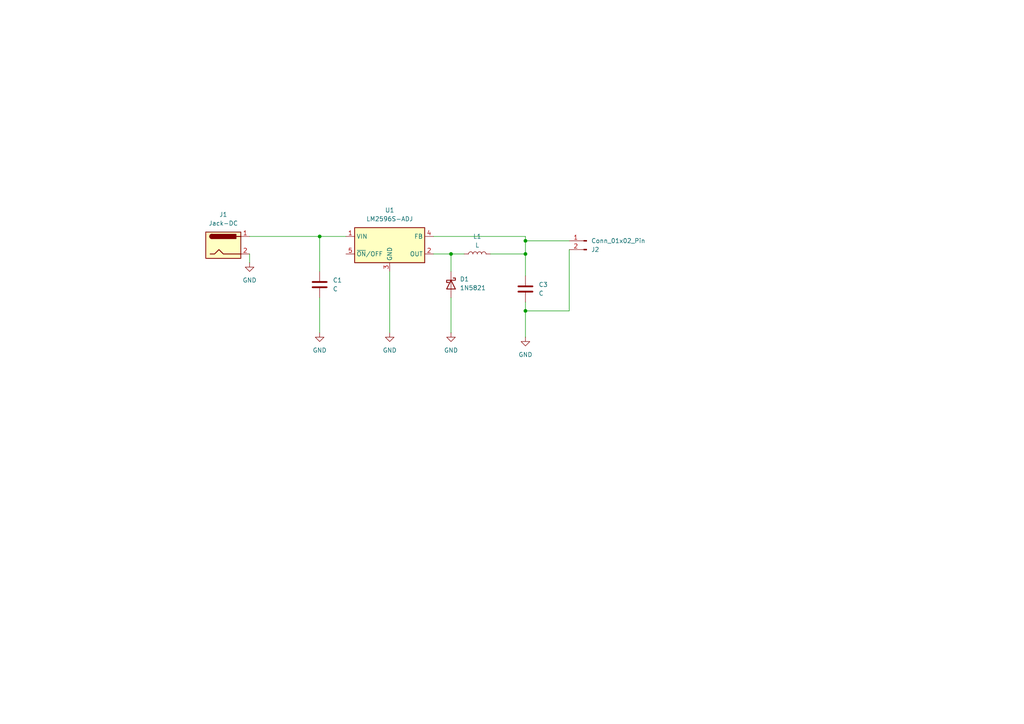
<source format=kicad_sch>
(kicad_sch (version 20250114) (generator "eeschema") (generator_version "9.0")
  (paper "A4")
  (lib_symbols
    (symbol "Connector:Conn_01x02_Pin" (pin_names (offset 1.016) (hide yes))
      (property "Reference" "J" (at 0 2.54 0))
      (property "Value" "Conn_01x02_Pin" (at 0 -5.08 0))
      (symbol "Conn_01x02_Pin_1_1"
        (rectangle (start 0.8636 0.127) (end 0 -0.127) (stroke (width 0.1524)) (fill (type outline)))
        (rectangle (start 0.8636 -2.413) (end 0 -2.667) (stroke (width 0.1524)) (fill (type outline)))
        (polyline (pts (xy 1.27 0) (xy 0.8636 0)) (stroke (width 0.1524)))
        (polyline (pts (xy 1.27 -2.54) (xy 0.8636 -2.54)) (stroke (width 0.1524)))
        (pin passive line (at 5.08 0 180) (length 3.81) (name "Pin_1") (number "1"))
        (pin passive line (at 5.08 -2.54 180) (length 3.81) (name "Pin_2") (number "2"))
      )
    )
    (symbol "Connector:Jack-DC" (pin_names (offset 1.016))
      (property "Reference" "J" (at 0 5.334 0))
      (property "Value" "Jack-DC" (at 0 -5.08 0))
      (symbol "Jack-DC_0_1"
        (rectangle (start -5.08 3.81) (end 5.08 -3.81) (stroke (width 0.254)) (fill (type background)))
        (polyline (pts (xy -3.81 -2.54) (xy -2.54 -2.54) (xy -1.27 -1.27) (xy 0 -2.54) (xy 2.54 -2.54) (xy 5.08 -2.54)) (stroke (width 0.254)))
        (arc (start -3.302 1.905) (mid -3.9343 2.54) (end -3.302 3.175) (stroke (width 0.254)))
        (arc (start -3.302 1.905) (mid -3.9343 2.54) (end -3.302 3.175) (stroke (width 0.254)) (fill (type outline)))
        (rectangle (start 3.683 3.175) (end -3.302 1.905) (stroke (width 0.254)) (fill (type outline)))
        (polyline (pts (xy 5.08 2.54) (xy 3.81 2.54)) (stroke (width 0.254)))
      )
      (symbol "Jack-DC_1_1"
        (pin passive line (at 7.62 2.54 180) (length 2.54) (name "~") (number "1"))
        (pin passive line (at 7.62 -2.54 180) (length 2.54) (name "~") (number "2"))
      )
    )
    (symbol "Device:C" (pin_numbers (hide yes)) (pin_names (offset 0.254))
      (property "Reference" "C" (at 0.635 2.54 0))
      (property "Value" "C" (at 0.635 -2.54 0))
      (symbol "C_0_1"
        (polyline (pts (xy -2.032 0.762) (xy 2.032 0.762)) (stroke (width 0.508)))
        (polyline (pts (xy -2.032 -0.762) (xy 2.032 -0.762)) (stroke (width 0.508)))
      )
      (symbol "C_1_1"
        (pin passive line (at 0 3.81 270) (length 2.794) (name "~") (number "1"))
        (pin passive line (at 0 -3.81 90) (length 2.794) (name "~") (number "2"))
      )
    )
    (symbol "Device:L" (pin_numbers (hide yes)) (pin_names (offset 1.016) (hide yes))
      (property "Reference" "L" (at -1.27 0 90))
      (property "Value" "L" (at 1.905 0 90))
      (symbol "L_0_1"
        (arc (start 0 2.54) (mid 0.6323 1.905) (end 0 1.27))
        (arc (start 0 1.27) (mid 0.6323 0.635) (end 0 0))
        (arc (start 0 0) (mid 0.6323 -0.635) (end 0 -1.27))
        (arc (start 0 -1.27) (mid 0.6323 -1.905) (end 0 -2.54))
      )
      (symbol "L_1_1"
        (pin passive line (at 0 3.81 270) (length 1.27) (name "1") (number "1"))
        (pin passive line (at 0 -3.81 90) (length 1.27) (name "2") (number "2"))
      )
    )
    (symbol "Diode:1N5821" (pin_numbers (hide yes)) (pin_names (offset 1.016) (hide yes))
      (property "Reference" "D" (at 0 2.54 0))
      (property "Value" "1N5821" (at 0 -2.54 0))
      (symbol "1N5821_0_1"
        (polyline (pts (xy -1.905 0.635) (xy -1.905 1.27) (xy -1.27 1.27) (xy -1.27 -1.27) (xy -0.635 -1.27) (xy -0.635 -0.635)) (stroke (width 0.254)))
        (polyline (pts (xy 1.27 1.27) (xy 1.27 -1.27) (xy -1.27 0) (xy 1.27 1.27)) (stroke (width 0.254)))
        (polyline (pts (xy 1.27 0) (xy -1.27 0)))
      )
      (symbol "1N5821_1_1"
        (pin passive line (at -3.81 0 0) (length 2.54) (name "K") (number "1"))
        (pin passive line (at 3.81 0 180) (length 2.54) (name "A") (number "2"))
      )
    )
    (symbol "Regulator_Switching:LM2596S-ADJ"
      (property "Reference" "U" (at -10.16 6.35 0))
      (property "Value" "LM2596S-ADJ" (at 0 6.35 0))
      (symbol "LM2596S-ADJ_0_1"
        (rectangle (start -10.16 5.08) (end 10.16 -5.08) (stroke (width 0.254)) (fill (type background)))
      )
      (symbol "LM2596S-ADJ_1_1"
        (pin power_in line (at -12.7 2.54 0) (length 2.54) (name "VIN") (number "1"))
        (pin input line (at -12.7 -2.54 0) (length 2.54) (name "~{ON}/OFF") (number "5"))
        (pin power_in line (at 0 -7.62 90) (length 2.54) (name "GND") (number "3"))
        (pin input line (at 12.7 2.54 180) (length 2.54) (name "FB") (number "4"))
        (pin output line (at 12.7 -2.54 180) (length 2.54) (name "OUT") (number "2"))
      )
    )
    (symbol "power:GND" (power) (pin_numbers (hide yes)) (pin_names (offset 0) (hide yes))
      (property "Value" "GND" (at 0 -3.81 0))
      (symbol "GND_0_1"
        (polyline (pts (xy 0 0) (xy 0 -1.27) (xy 1.27 -1.27) (xy 0 -2.54) (xy -1.27 -1.27) (xy 0 -1.27)))
      )
      (symbol "GND_1_1"
        (pin power_in line (at 0 0 270) (length 0) (name "~") (number "1"))
      )
    )
  )
  (junction (at 152.4 73.66))
  (junction (at 92.71 68.58))
  (junction (at 152.4 69.85))
  (junction (at 152.4 90.17))
  (junction (at 130.81 73.66))
  (wire (pts (xy 152.4 80.01) (xy 152.4 73.66)))
  (wire (pts (xy 100.33 68.58) (xy 92.71 68.58)))
  (wire (pts (xy 152.4 87.63) (xy 152.4 90.17)))
  (wire (pts (xy 165.1 72.39) (xy 165.1 90.17)))
  (wire (pts (xy 125.73 73.66) (xy 130.81 73.66)))
  (wire (pts (xy 142.24 73.66) (xy 152.4 73.66)))
  (wire (pts (xy 130.81 73.66) (xy 130.81 78.74)))
  (wire (pts (xy 152.4 90.17) (xy 152.4 97.79)))
  (wire (pts (xy 92.71 68.58) (xy 92.71 78.74)))
  (wire (pts (xy 92.71 86.36) (xy 92.71 96.52)))
  (wire (pts (xy 130.81 96.52) (xy 130.81 86.36)))
  (wire (pts (xy 165.1 90.17) (xy 152.4 90.17)))
  (wire (pts (xy 125.73 68.58) (xy 152.4 68.58)))
  (wire (pts (xy 152.4 69.85) (xy 152.4 73.66)))
  (wire (pts (xy 130.81 73.66) (xy 134.62 73.66)))
  (wire (pts (xy 152.4 68.58) (xy 152.4 69.85)))
  (wire (pts (xy 72.39 73.66) (xy 72.39 76.2)))
  (wire (pts (xy 72.39 68.58) (xy 92.71 68.58)))
  (wire (pts (xy 165.1 69.85) (xy 152.4 69.85)))
  (wire (pts (xy 113.03 78.74) (xy 113.03 96.52)))
  (symbol (lib_id "Device:L") (at 138.43 73.66 90) (unit 1)
    (property "Reference" "L1" (at 138.43 68.58 90))
    (property "Value" "L" (at 138.43 71.12 90))
    (property "Footprint" "Inductor_SMD:L_6.3x6.3_H3" (effects (hide yes)))
    (property "Description" "Inductor" (effects (hide yes)))
  )
  (symbol (lib_id "Device:C") (at 152.4 83.82 0) (unit 1)
    (property "Reference" "C3" (at 156.21 82.5499 0) (effects (justify left)))
    (property "Value" "C" (at 156.21 85.0899 0) (effects (justify left)))
    (property "Footprint" "Capacitor_SMD:C_0201_0603Metric" (effects (hide yes)))
    (property "Description" "Unpolarized capacitor" (effects (hide yes)))
  )
  (symbol (lib_id "Regulator_Switching:LM2596S-ADJ") (at 113.03 71.12 0) (unit 1)
    (property "Reference" "U1" (at 113.03 60.96 0))
    (property "Value" "LM2596S-ADJ" (at 113.03 63.5 0))
    (property "Footprint" "Package_TO_SOT_SMD:TO-263-5_TabPin3" (effects (hide yes)))
    (property "Datasheet" "http://www.ti.com/lit/ds/symlink/lm2596.pdf" (effects (hide yes)))
    (property "Description" "Adjustable 3A Step-Down Voltage Regulator, TO-263" (effects (hide yes)))
  )
  (symbol (lib_id "power:GND") (at 130.81 96.52 0) (unit 1)
    (property "Reference" "#PWR03" (effects (hide yes)))
    (property "Value" "GND" (at 130.81 101.6 0))
    (property "Description" "Power symbol creates a global label with name \"GND\" , ground" (effects (hide yes)))
  )
  (symbol (lib_id "power:GND") (at 92.71 96.52 0) (unit 1)
    (property "Reference" "#PWR01" (effects (hide yes)))
    (property "Value" "GND" (at 92.71 101.6 0))
    (property "Description" "Power symbol creates a global label with name \"GND\" , ground" (effects (hide yes)))
  )
  (symbol (lib_id "Connector:Conn_01x02_Pin") (at 170.18 69.85 0) (mirror y) (unit 1)
    (property "Reference" "J2" (at 171.45 72.3901 0) (effects (justify right)))
    (property "Value" "Conn_01x02_Pin" (at 171.45 69.8501 0) (effects (justify right)))
    (property "Footprint" "Connector:JWT_A3963_1x02_P3.96mm_Vertical" (effects (hide yes)))
    (property "Description" "Generic connector, single row, 01x02, script generated" (effects (hide yes)))
  )
  (symbol (lib_id "power:GND") (at 113.03 96.52 0) (unit 1)
    (property "Reference" "#PWR02" (effects (hide yes)))
    (property "Value" "GND" (at 113.03 101.6 0))
    (property "Description" "Power symbol creates a global label with name \"GND\" , ground" (effects (hide yes)))
  )
  (symbol (lib_id "power:GND") (at 72.39 76.2 0) (unit 1)
    (property "Reference" "#PWR05" (effects (hide yes)))
    (property "Value" "GND" (at 72.39 81.28 0))
    (property "Description" "Power symbol creates a global label with name \"GND\" , ground" (effects (hide yes)))
  )
  (symbol (lib_id "Device:C") (at 92.71 82.55 0) (unit 1)
    (property "Reference" "C1" (at 96.52 81.2799 0) (effects (justify left)))
    (property "Value" "C" (at 96.52 83.8199 0) (effects (justify left)))
    (property "Footprint" "Capacitor_SMD:C_0201_0603Metric" (effects (hide yes)))
    (property "Description" "Unpolarized capacitor" (effects (hide yes)))
  )
  (symbol (lib_id "Connector:Jack-DC") (at 64.77 71.12 0) (unit 1)
    (property "Reference" "J1" (at 64.77 62.23 0))
    (property "Value" "Jack-DC" (at 64.77 64.77 0))
    (property "Footprint" "Connector_BarrelJack:BarrelJack_SwitchcraftConxall_RAPC10U_Horizontal" (effects (hide yes)))
    (property "Description" "DC Barrel Jack" (effects (hide yes)))
  )
  (symbol (lib_id "power:GND") (at 152.4 97.79 0) (unit 1)
    (property "Reference" "#PWR04" (effects (hide yes)))
    (property "Value" "GND" (at 152.4 102.87 0))
    (property "Description" "Power symbol creates a global label with name \"GND\" , ground" (effects (hide yes)))
  )
  (symbol (lib_id "Diode:1N5821") (at 130.81 82.55 270) (unit 1)
    (property "Reference" "D1" (at 133.35 80.9624 90) (effects (justify left)))
    (property "Value" "1N5821" (at 133.35 83.5024 90) (effects (justify left)))
    (property "Footprint" "Diode_THT:D_DO-201AD_P15.24mm_Horizontal" (effects (hide yes)))
    (property "Datasheet" "http://www.vishay.com/docs/88526/1n5820.pdf" (effects (hide yes)))
    (property "Description" "30V 3A Schottky Barrier Rectifier Diode, DO-201AD" (effects (hide yes)))
  )
)
</source>
